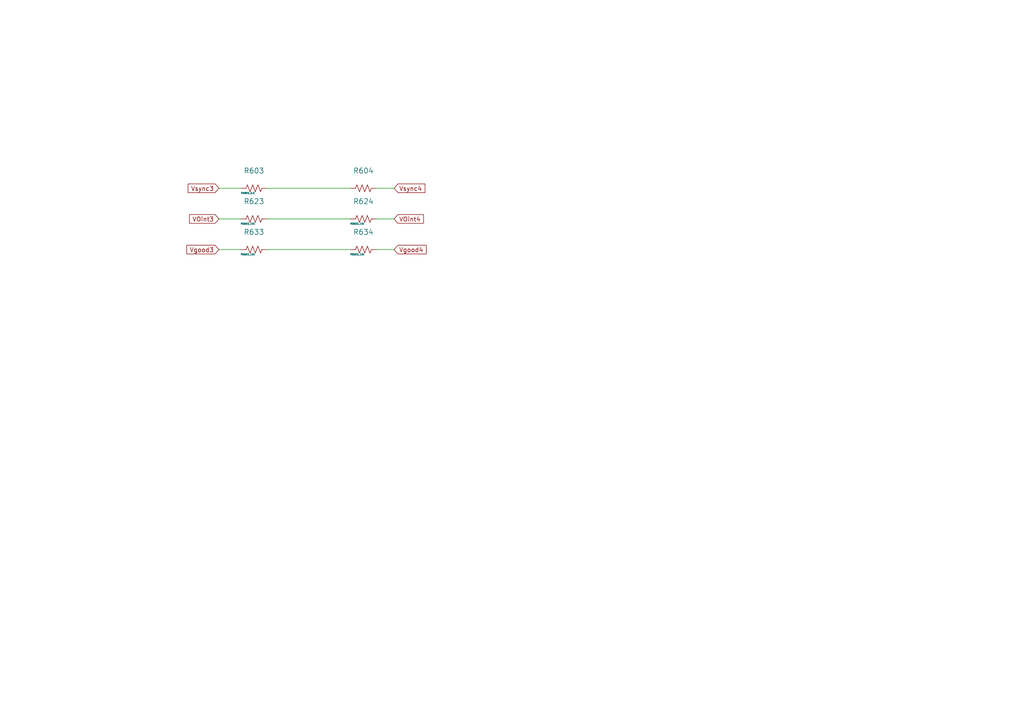
<source format=kicad_sch>
(kicad_sch (version 20211123) (generator eeschema)

  (uuid 4a640ab8-21f0-4325-a76c-8ebe5e09e7bd)

  (paper "A4")

  (lib_symbols
    (symbol "1001_un:R0603_10k" (pin_numbers hide) (pin_names (offset 0)) (in_bom yes) (on_board yes)
      (property "Reference" "R" (id 0) (at 1.905 -1.397 0)
        (effects (font (size 1.5 1.5)))
      )
      (property "Value" "R0603_10k" (id 1) (at -1.778 -1.397 0)
        (effects (font (size 0.5 0.5)))
      )
      (property "Footprint" "02_dyn_pcblib:C0603" (id 2) (at 1.27 3.81 0)
        (effects (font (size 1.27 1.27)) hide)
      )
      (property "Datasheet" "~" (id 3) (at 0 0 90)
        (effects (font (size 1.27 1.27)) hide)
      )
      (property "PartNum" "ERJ-PA3F1002V" (id 4) (at 0.127 1.905 0)
        (effects (font (size 1.27 1.27)) hide)
      )
      (property "ki_keywords" "R res resistor" (id 5) (at 0 0 0)
        (effects (font (size 1.27 1.27)) hide)
      )
      (property "ki_description" "Resistor, US symbol" (id 6) (at 0 0 0)
        (effects (font (size 1.27 1.27)) hide)
      )
      (property "ki_fp_filters" "R_*" (id 7) (at 0 0 0)
        (effects (font (size 1.27 1.27)) hide)
      )
      (symbol "R0603_10k_0_1"
        (polyline
          (pts
            (xy -2.286 0)
            (xy -2.54 0)
          )
          (stroke (width 0) (type default) (color 0 0 0 0))
          (fill (type none))
        )
        (polyline
          (pts
            (xy 2.286 0)
            (xy 2.54 0)
          )
          (stroke (width 0) (type default) (color 0 0 0 0))
          (fill (type none))
        )
        (polyline
          (pts
            (xy -2.286 0)
            (xy -1.905 1.016)
            (xy -1.524 0)
            (xy -1.143 -1.016)
            (xy -0.762 0)
          )
          (stroke (width 0) (type default) (color 0 0 0 0))
          (fill (type none))
        )
        (polyline
          (pts
            (xy -0.762 0)
            (xy -0.381 1.016)
            (xy 0 0)
            (xy 0.381 -1.016)
            (xy 0.762 0)
          )
          (stroke (width 0) (type default) (color 0 0 0 0))
          (fill (type none))
        )
        (polyline
          (pts
            (xy 0.762 0)
            (xy 1.143 1.016)
            (xy 1.524 0)
            (xy 1.905 -1.016)
            (xy 2.286 0)
          )
          (stroke (width 0) (type default) (color 0 0 0 0))
          (fill (type none))
        )
      )
      (symbol "R0603_10k_1_1"
        (pin passive line (at -3.81 0 0) (length 1.27)
          (name "~" (effects (font (size 1.27 1.27))))
          (number "1" (effects (font (size 1.27 1.27))))
        )
        (pin passive line (at 3.81 0 180) (length 1.27)
          (name "~" (effects (font (size 1.27 1.27))))
          (number "2" (effects (font (size 1.27 1.27))))
        )
      )
    )
    (symbol "1001_un:R0603_DNP" (pin_numbers hide) (pin_names (offset 0)) (in_bom yes) (on_board yes)
      (property "Reference" "R" (id 0) (at 1.905 -1.397 0)
        (effects (font (size 1.5 1.5)))
      )
      (property "Value" "R0603_DNP" (id 1) (at -1.778 -1.397 0)
        (effects (font (size 0.5 0.5)) hide)
      )
      (property "Footprint" "02_dyn_pcblib:C0603" (id 2) (at 1.27 3.81 0)
        (effects (font (size 1.27 1.27)) hide)
      )
      (property "Datasheet" "~" (id 3) (at 0 0 90)
        (effects (font (size 1.27 1.27)) hide)
      )
      (property "PartNum" "R0603_DNP" (id 4) (at -0.127 1.905 0)
        (effects (font (size 1.27 1.27)) hide)
      )
      (property "Notice" "This DNP resistor use handly footprint, which is larger than the normal standard footprint" (id 5) (at -2.54 8.89 0)
        (effects (font (size 1.27 1.27)) hide)
      )
      (property "ki_keywords" "R res resistor" (id 6) (at 0 0 0)
        (effects (font (size 1.27 1.27)) hide)
      )
      (property "ki_description" "Resistor, US symbol" (id 7) (at 0 0 0)
        (effects (font (size 1.27 1.27)) hide)
      )
      (property "ki_fp_filters" "R_*" (id 8) (at 0 0 0)
        (effects (font (size 1.27 1.27)) hide)
      )
      (symbol "R0603_DNP_0_1"
        (polyline
          (pts
            (xy -2.286 0)
            (xy -2.54 0)
          )
          (stroke (width 0) (type default) (color 0 0 0 0))
          (fill (type none))
        )
        (polyline
          (pts
            (xy 2.286 0)
            (xy 2.54 0)
          )
          (stroke (width 0) (type default) (color 0 0 0 0))
          (fill (type none))
        )
        (polyline
          (pts
            (xy -2.286 0)
            (xy -1.905 1.016)
            (xy -1.524 0)
            (xy -1.143 -1.016)
            (xy -0.762 0)
          )
          (stroke (width 0) (type default) (color 0 0 0 0))
          (fill (type none))
        )
        (polyline
          (pts
            (xy -0.762 0)
            (xy -0.381 1.016)
            (xy 0 0)
            (xy 0.381 -1.016)
            (xy 0.762 0)
          )
          (stroke (width 0) (type default) (color 0 0 0 0))
          (fill (type none))
        )
        (polyline
          (pts
            (xy 0.762 0)
            (xy 1.143 1.016)
            (xy 1.524 0)
            (xy 1.905 -1.016)
            (xy 2.286 0)
          )
          (stroke (width 0) (type default) (color 0 0 0 0))
          (fill (type none))
        )
      )
      (symbol "R0603_DNP_1_1"
        (pin passive line (at -3.81 0 0) (length 1.27)
          (name "~" (effects (font (size 1.27 1.27))))
          (number "1" (effects (font (size 1.27 1.27))))
        )
        (pin passive line (at 3.81 0 180) (length 1.27)
          (name "~" (effects (font (size 1.27 1.27))))
          (number "2" (effects (font (size 1.27 1.27))))
        )
      )
    )
    (symbol "1001_un:R0805_0.0" (pin_numbers hide) (pin_names (offset 0)) (in_bom yes) (on_board yes)
      (property "Reference" "R" (id 0) (at 1.905 -1.397 0)
        (effects (font (size 1.5 1.5)))
      )
      (property "Value" "R0805_0.0" (id 1) (at -1.778 -1.397 0)
        (effects (font (size 0.5 0.5)))
      )
      (property "Footprint" "02_dyn_pcblib:R0805mix0603" (id 2) (at -1.27 12.7 0)
        (effects (font (size 1.27 1.27)) hide)
      )
      (property "Datasheet" "~" (id 3) (at 0 0 90)
        (effects (font (size 1.27 1.27)) hide)
      )
      (property "PartNum" "RC0805JR-070RL" (id 4) (at -0.127 1.905 0)
        (effects (font (size 1.27 1.27)) hide)
      )
      (property "PartDesc" "0 Ohms Jumper 0.125W, 1/8W Chip Resistor 0805 (2012 Metric) Moisture Resistant Thick Film" (id 5) (at -2.54 8.89 0)
        (effects (font (size 1.27 1.27)) hide)
      )
      (property "ki_keywords" "R res resistor" (id 6) (at 0 0 0)
        (effects (font (size 1.27 1.27)) hide)
      )
      (property "ki_description" "Resistor, US symbol" (id 7) (at 0 0 0)
        (effects (font (size 1.27 1.27)) hide)
      )
      (property "ki_fp_filters" "R_*" (id 8) (at 0 0 0)
        (effects (font (size 1.27 1.27)) hide)
      )
      (symbol "R0805_0.0_0_1"
        (polyline
          (pts
            (xy -2.286 0)
            (xy -2.54 0)
          )
          (stroke (width 0) (type default) (color 0 0 0 0))
          (fill (type none))
        )
        (polyline
          (pts
            (xy 2.286 0)
            (xy 2.54 0)
          )
          (stroke (width 0) (type default) (color 0 0 0 0))
          (fill (type none))
        )
        (polyline
          (pts
            (xy -2.286 0)
            (xy -1.905 1.016)
            (xy -1.524 0)
            (xy -1.143 -1.016)
            (xy -0.762 0)
          )
          (stroke (width 0) (type default) (color 0 0 0 0))
          (fill (type none))
        )
        (polyline
          (pts
            (xy -0.762 0)
            (xy -0.381 1.016)
            (xy 0 0)
            (xy 0.381 -1.016)
            (xy 0.762 0)
          )
          (stroke (width 0) (type default) (color 0 0 0 0))
          (fill (type none))
        )
        (polyline
          (pts
            (xy 0.762 0)
            (xy 1.143 1.016)
            (xy 1.524 0)
            (xy 1.905 -1.016)
            (xy 2.286 0)
          )
          (stroke (width 0) (type default) (color 0 0 0 0))
          (fill (type none))
        )
      )
      (symbol "R0805_0.0_1_1"
        (pin passive line (at -3.81 0 0) (length 1.27)
          (name "~" (effects (font (size 1.27 1.27))))
          (number "1" (effects (font (size 1.27 1.27))))
        )
        (pin passive line (at 3.81 0 180) (length 1.27)
          (name "~" (effects (font (size 1.27 1.27))))
          (number "2" (effects (font (size 1.27 1.27))))
        )
      )
    )
  )


  (wire (pts (xy 63.5 72.39) (xy 69.85 72.39))
    (stroke (width 0) (type default) (color 0 0 0 0))
    (uuid 1c352528-26d5-436b-8613-14691e6929ed)
  )
  (wire (pts (xy 109.22 72.39) (xy 114.3 72.39))
    (stroke (width 0) (type default) (color 0 0 0 0))
    (uuid 32b589cb-ebba-4678-9188-9b76ff0b4f9a)
  )
  (wire (pts (xy 77.47 54.61) (xy 101.6 54.61))
    (stroke (width 0) (type default) (color 0 0 0 0))
    (uuid 5be89c53-5b72-458f-8fae-bba65de977c1)
  )
  (wire (pts (xy 109.22 63.5) (xy 114.3 63.5))
    (stroke (width 0) (type default) (color 0 0 0 0))
    (uuid 714f9cb8-a244-4670-a7fe-6b7565e920da)
  )
  (wire (pts (xy 77.47 72.39) (xy 101.6 72.39))
    (stroke (width 0) (type default) (color 0 0 0 0))
    (uuid 97211982-d68e-46c0-8cc6-efe5901723c9)
  )
  (wire (pts (xy 77.47 63.5) (xy 101.6 63.5))
    (stroke (width 0) (type default) (color 0 0 0 0))
    (uuid c52d639f-6630-483d-ab8f-6faa375d8735)
  )
  (wire (pts (xy 63.5 63.5) (xy 69.85 63.5))
    (stroke (width 0) (type default) (color 0 0 0 0))
    (uuid e685da1a-a278-48a4-bf09-2b8ddbe81f29)
  )
  (wire (pts (xy 63.5 54.61) (xy 69.85 54.61))
    (stroke (width 0) (type default) (color 0 0 0 0))
    (uuid f9043d24-15f2-4dfb-a5f5-12f14a8e80e6)
  )
  (wire (pts (xy 109.22 54.61) (xy 114.3 54.61))
    (stroke (width 0) (type default) (color 0 0 0 0))
    (uuid ff19bfb1-d2c6-42a7-b5e3-838e7c9034cd)
  )

  (global_label "VOint3" (shape input) (at 63.5 63.5 180) (fields_autoplaced)
    (effects (font (size 1.27 1.27)) (justify right))
    (uuid 2ab01721-8030-4068-ac41-656f278fc755)
    (property "Intersheet References" "${INTERSHEET_REFS}" (id 0) (at 54.9788 63.4206 0)
      (effects (font (size 1.27 1.27)) (justify right) hide)
    )
  )
  (global_label "Vgood3" (shape input) (at 63.5 72.39 180) (fields_autoplaced)
    (effects (font (size 1.27 1.27)) (justify right))
    (uuid 38d38d54-ad4a-4286-8700-bc3b32d534b0)
    (property "Intersheet References" "${INTERSHEET_REFS}" (id 0) (at 54.1926 72.4694 0)
      (effects (font (size 1.27 1.27)) (justify right) hide)
    )
  )
  (global_label "Vsync4" (shape input) (at 114.3 54.61 0) (fields_autoplaced)
    (effects (font (size 1.27 1.27)) (justify left))
    (uuid 8c3608c8-e35b-43d4-b3f2-8608af918cd1)
    (property "Intersheet References" "${INTERSHEET_REFS}" (id 0) (at 123.2445 54.5306 0)
      (effects (font (size 1.27 1.27)) (justify left) hide)
    )
  )
  (global_label "Vsync3" (shape input) (at 63.5 54.61 180) (fields_autoplaced)
    (effects (font (size 1.27 1.27)) (justify right))
    (uuid c10a8f50-a1fa-4a1f-be69-c8ef3bd71bce)
    (property "Intersheet References" "${INTERSHEET_REFS}" (id 0) (at 54.5555 54.6894 0)
      (effects (font (size 1.27 1.27)) (justify right) hide)
    )
  )
  (global_label "Vgood4" (shape input) (at 114.3 72.39 0) (fields_autoplaced)
    (effects (font (size 1.27 1.27)) (justify left))
    (uuid efc821e5-6f80-4548-b3c8-0b67eb09459f)
    (property "Intersheet References" "${INTERSHEET_REFS}" (id 0) (at 123.6074 72.3106 0)
      (effects (font (size 1.27 1.27)) (justify left) hide)
    )
  )
  (global_label "VOint4" (shape input) (at 114.3 63.5 0) (fields_autoplaced)
    (effects (font (size 1.27 1.27)) (justify left))
    (uuid f83d8039-2229-4e70-97d8-88ab97334476)
    (property "Intersheet References" "${INTERSHEET_REFS}" (id 0) (at 122.8212 63.4206 0)
      (effects (font (size 1.27 1.27)) (justify left) hide)
    )
  )

  (symbol (lib_id "1001_un:R0805_0.0") (at 73.66 54.61 0) (unit 1)
    (in_bom yes) (on_board yes) (fields_autoplaced)
    (uuid 41d822b0-871d-4a99-8889-52b731e33566)
    (property "Reference" "R603" (id 0) (at 73.66 49.53 0)
      (effects (font (size 1.5 1.5)))
    )
    (property "Value" "R0805_0.0" (id 1) (at 71.882 56.007 0)
      (effects (font (size 0.5 0.5)))
    )
    (property "Footprint" "02_dyn_pcblib:R0805mix0603" (id 2) (at 72.39 41.91 0)
      (effects (font (size 1.27 1.27)) hide)
    )
    (property "Datasheet" "~" (id 3) (at 73.66 54.61 90)
      (effects (font (size 1.27 1.27)) hide)
    )
    (property "PartNum" "RC0805JR-070RL" (id 4) (at 73.533 52.705 0)
      (effects (font (size 1.27 1.27)) hide)
    )
    (property "PartDesc" "0 Ohms Jumper 0.125W, 1/8W Chip Resistor 0805 (2012 Metric) Moisture Resistant Thick Film" (id 5) (at 71.12 45.72 0)
      (effects (font (size 1.27 1.27)) hide)
    )
    (pin "1" (uuid e9495e8c-6ef6-4b4d-87fd-399ff36dbb35))
    (pin "2" (uuid 79f75481-db4f-444c-9f8d-3ac77c62a1a1))
  )

  (symbol (lib_id "1001_un:R0603_10k") (at 105.41 63.5 0) (unit 1)
    (in_bom yes) (on_board yes) (fields_autoplaced)
    (uuid 45ec2b51-7b65-40a6-a0ae-205c9df0f27d)
    (property "Reference" "R624" (id 0) (at 105.41 58.42 0)
      (effects (font (size 1.5 1.5)))
    )
    (property "Value" "R0603_10k" (id 1) (at 103.632 64.897 0)
      (effects (font (size 0.5 0.5)))
    )
    (property "Footprint" "02_dyn_pcblib:C0603" (id 2) (at 106.68 59.69 0)
      (effects (font (size 1.27 1.27)) hide)
    )
    (property "Datasheet" "~" (id 3) (at 105.41 63.5 90)
      (effects (font (size 1.27 1.27)) hide)
    )
    (property "PartNum" "ERJ-PA3F1002V" (id 4) (at 105.537 61.595 0)
      (effects (font (size 1.27 1.27)) hide)
    )
    (pin "1" (uuid 0a4fa085-f4cd-4a7e-898a-ea0bd02203ff))
    (pin "2" (uuid 3e5f60da-e812-49a0-81e2-29e6739a8860))
  )

  (symbol (lib_id "1001_un:R0603_10k") (at 73.66 63.5 0) (unit 1)
    (in_bom yes) (on_board yes) (fields_autoplaced)
    (uuid 9686fcd7-3f46-4033-ba0d-9058eba5f34f)
    (property "Reference" "R623" (id 0) (at 73.66 58.42 0)
      (effects (font (size 1.5 1.5)))
    )
    (property "Value" "R0603_10k" (id 1) (at 71.882 64.897 0)
      (effects (font (size 0.5 0.5)))
    )
    (property "Footprint" "02_dyn_pcblib:C0603" (id 2) (at 74.93 59.69 0)
      (effects (font (size 1.27 1.27)) hide)
    )
    (property "Datasheet" "~" (id 3) (at 73.66 63.5 90)
      (effects (font (size 1.27 1.27)) hide)
    )
    (property "PartNum" "ERJ-PA3F1002V" (id 4) (at 73.787 61.595 0)
      (effects (font (size 1.27 1.27)) hide)
    )
    (pin "1" (uuid 6bf80fc5-6926-4caa-b4dd-b79f66cba91d))
    (pin "2" (uuid 2cc1e648-7cee-4191-abdd-3e93a97a0f9f))
  )

  (symbol (lib_id "1001_un:R0603_DNP") (at 105.41 54.61 0) (unit 1)
    (in_bom yes) (on_board yes) (fields_autoplaced)
    (uuid b153615d-e9f3-4f1c-882a-bfb6b06d57a2)
    (property "Reference" "R604" (id 0) (at 105.41 49.53 0)
      (effects (font (size 1.5 1.5)))
    )
    (property "Value" "R0603_DNP" (id 1) (at 103.632 56.007 0)
      (effects (font (size 0.5 0.5)) hide)
    )
    (property "Footprint" "02_dyn_pcblib:C0603" (id 2) (at 106.68 50.8 0)
      (effects (font (size 1.27 1.27)) hide)
    )
    (property "Datasheet" "~" (id 3) (at 105.41 54.61 90)
      (effects (font (size 1.27 1.27)) hide)
    )
    (property "PartNum" "R0603_DNP" (id 4) (at 105.283 52.705 0)
      (effects (font (size 1.27 1.27)) hide)
    )
    (property "Notice" "This DNP resistor use handly footprint, which is larger than the normal standard footprint" (id 5) (at 102.87 45.72 0)
      (effects (font (size 1.27 1.27)) hide)
    )
    (pin "1" (uuid a8095f16-92d4-4243-aac4-37e88c818c7d))
    (pin "2" (uuid 9164b1f2-119d-48b7-b45c-5d7d357c4181))
  )

  (symbol (lib_id "1001_un:R0603_10k") (at 73.66 72.39 0) (unit 1)
    (in_bom yes) (on_board yes) (fields_autoplaced)
    (uuid e60fb093-de16-4080-9527-b47f46db04aa)
    (property "Reference" "R633" (id 0) (at 73.66 67.31 0)
      (effects (font (size 1.5 1.5)))
    )
    (property "Value" "R0603_10k" (id 1) (at 71.882 73.787 0)
      (effects (font (size 0.5 0.5)))
    )
    (property "Footprint" "02_dyn_pcblib:C0603" (id 2) (at 74.93 68.58 0)
      (effects (font (size 1.27 1.27)) hide)
    )
    (property "Datasheet" "~" (id 3) (at 73.66 72.39 90)
      (effects (font (size 1.27 1.27)) hide)
    )
    (property "PartNum" "ERJ-PA3F1002V" (id 4) (at 73.787 70.485 0)
      (effects (font (size 1.27 1.27)) hide)
    )
    (pin "1" (uuid 83bae43a-256b-4e55-b66b-deddd57b5d74))
    (pin "2" (uuid 5cc5ad26-ecfd-4a19-ad0b-86318777b6fb))
  )

  (symbol (lib_id "1001_un:R0603_10k") (at 105.41 72.39 0) (unit 1)
    (in_bom yes) (on_board yes) (fields_autoplaced)
    (uuid f65b5f4f-6081-4021-b991-c74c184ee73f)
    (property "Reference" "R634" (id 0) (at 105.41 67.31 0)
      (effects (font (size 1.5 1.5)))
    )
    (property "Value" "R0603_10k" (id 1) (at 103.632 73.787 0)
      (effects (font (size 0.5 0.5)))
    )
    (property "Footprint" "02_dyn_pcblib:C0603" (id 2) (at 106.68 68.58 0)
      (effects (font (size 1.27 1.27)) hide)
    )
    (property "Datasheet" "~" (id 3) (at 105.41 72.39 90)
      (effects (font (size 1.27 1.27)) hide)
    )
    (property "PartNum" "ERJ-PA3F1002V" (id 4) (at 105.537 70.485 0)
      (effects (font (size 1.27 1.27)) hide)
    )
    (pin "1" (uuid a14f50ed-b6db-4d0b-ba7a-d162a2d24653))
    (pin "2" (uuid de6a3fc9-e827-4625-8bac-2b9ce585a204))
  )
)

</source>
